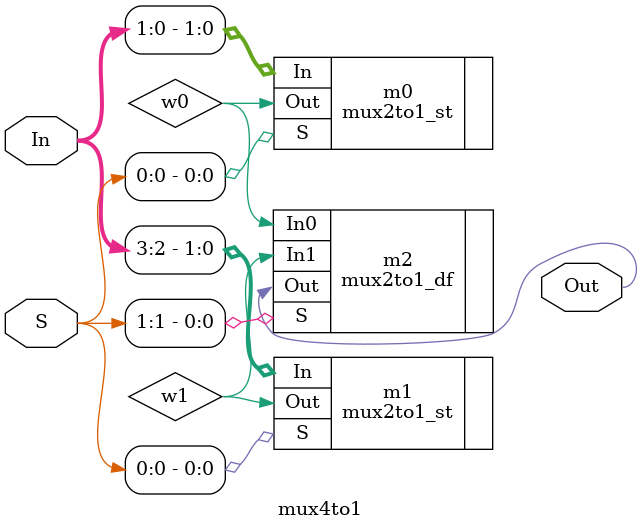
<source format=v>
`timescale 1ns / 1ps


module mux4to1(
    input [3:0] In,
    input [1:0] S,
    output Out
    );
    
    
    wire w0, w1;       // Intermediate outputs

    // First stage: two structural 2:1 muxes
    mux2to1_st m0 (
        .In({In[1], In[0]}),
        .S(S[0]),
        .Out(w0)
    );

    mux2to1_st m1 (
        .In({In[3], In[2]}),
        .S(S[0]),
        .Out(w1)
    );

    // Second stage: one dataflow 2:1 mux
    mux2to1_df m2 (
        .In0(w0),
        .In1(w1),
        .S(S[1]),
        .Out(Out)
    );
    
endmodule

</source>
